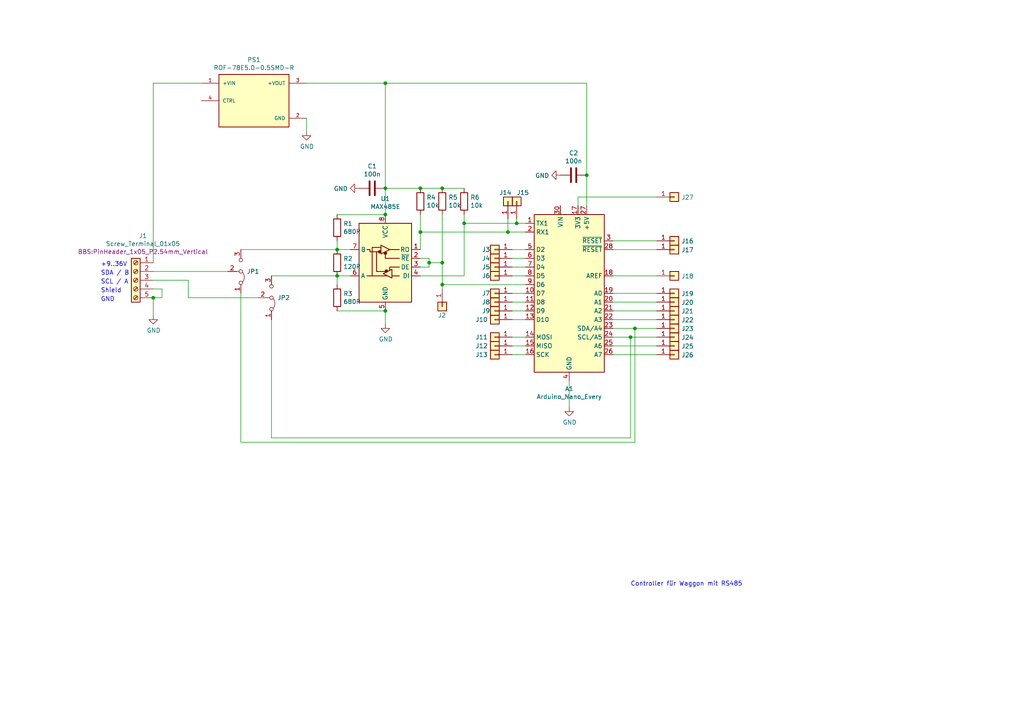
<source format=kicad_sch>
(kicad_sch (version 20211123) (generator eeschema)
  (paper "A4")
  (lib_symbols
    (symbol "Connector:Screw_Terminal_01x05" (pin_names (offset 1.016) hide)
      (property "Reference" "J" (at 0 7.62 0))
      (property "Value" "Screw_Terminal_01x05" (at 0 -7.62 0))
      (symbol "Screw_Terminal_01x05_1_1"
        (rectangle (start -1.27 6.35) (end 1.27 -6.35) (stroke (width 0.254)) (fill (type background)))
        (circle (center 0 -5.08) (radius 0.635) (stroke (width 0.1524)))
        (circle (center 0 -2.54) (radius 0.635) (stroke (width 0.1524)))
        (polyline (pts (xy -0.5334 -4.7498) (xy 0.3302 -5.588)) (stroke (width 0.1524)))
        (polyline (pts (xy -0.5334 -2.2098) (xy 0.3302 -3.048)) (stroke (width 0.1524)))
        (polyline (pts (xy -0.5334 0.3302) (xy 0.3302 -0.508)) (stroke (width 0.1524)))
        (polyline (pts (xy -0.5334 2.8702) (xy 0.3302 2.032)) (stroke (width 0.1524)))
        (polyline (pts (xy -0.5334 5.4102) (xy 0.3302 4.572)) (stroke (width 0.1524)))
        (polyline (pts (xy -0.3556 -4.572) (xy 0.508 -5.4102)) (stroke (width 0.1524)))
        (polyline (pts (xy -0.3556 -2.032) (xy 0.508 -2.8702)) (stroke (width 0.1524)))
        (polyline (pts (xy -0.3556 0.508) (xy 0.508 -0.3302)) (stroke (width 0.1524)))
        (polyline (pts (xy -0.3556 3.048) (xy 0.508 2.2098)) (stroke (width 0.1524)))
        (polyline (pts (xy -0.3556 5.588) (xy 0.508 4.7498)) (stroke (width 0.1524)))
        (circle (center 0 0) (radius 0.635) (stroke (width 0.1524)))
        (circle (center 0 2.54) (radius 0.635) (stroke (width 0.1524)))
        (circle (center 0 5.08) (radius 0.635) (stroke (width 0.1524)))
        (pin passive line (at -5.08 5.08 0) (length 3.81) (name "Pin_1") (number "1"))
        (pin passive line (at -5.08 2.54 0) (length 3.81) (name "Pin_2") (number "2"))
        (pin passive line (at -5.08 0 0) (length 3.81) (name "Pin_3") (number "3"))
        (pin passive line (at -5.08 -2.54 0) (length 3.81) (name "Pin_4") (number "4"))
        (pin passive line (at -5.08 -5.08 0) (length 3.81) (name "Pin_5") (number "5"))
      )
    )
    (symbol "Connector_Generic:Conn_01x01" (pin_names (offset 1.016) hide)
      (property "Reference" "J" (at 0 2.54 0))
      (property "Value" "Conn_01x01" (at 0 -2.54 0))
      (symbol "Conn_01x01_1_1"
        (rectangle (start -1.27 0.127) (end 0 -0.127) (stroke (width 0.1524)))
        (rectangle (start -1.27 1.27) (end 1.27 -1.27) (stroke (width 0.254)) (fill (type background)))
        (pin passive line (at -5.08 0 0) (length 3.81) (name "Pin_1") (number "1"))
      )
    )
    (symbol "Device:C" (pin_numbers hide) (pin_names (offset 0.254))
      (property "Reference" "C" (at 0.635 2.54 0))
      (property "Value" "C" (at 0.635 -2.54 0))
      (symbol "C_0_1"
        (polyline (pts (xy -2.032 -0.762) (xy 2.032 -0.762)) (stroke (width 0.508)))
        (polyline (pts (xy -2.032 0.762) (xy 2.032 0.762)) (stroke (width 0.508)))
      )
      (symbol "C_1_1"
        (pin passive line (at 0 3.81 270) (length 2.794) (name "~") (number "1"))
        (pin passive line (at 0 -3.81 90) (length 2.794) (name "~") (number "2"))
      )
    )
    (symbol "Device:R" (pin_numbers hide) (pin_names (offset 0))
      (property "Reference" "R" (at 2.032 0 90))
      (property "Value" "R" (at 0 0 90))
      (symbol "R_0_1"
        (rectangle (start -1.016 -2.54) (end 1.016 2.54) (stroke (width 0.254)))
      )
      (symbol "R_1_1"
        (pin passive line (at 0 3.81 270) (length 1.27) (name "~") (number "1"))
        (pin passive line (at 0 -3.81 90) (length 1.27) (name "~") (number "2"))
      )
    )
    (symbol "Interface_UART:MAX485E"
      (property "Reference" "U" (at -6.096 11.43 0))
      (property "Value" "MAX485E" (at 0.762 11.43 0))
      (symbol "MAX485E_0_1"
        (rectangle (start -7.62 10.16) (end 7.62 -12.7) (stroke (width 0.254)) (fill (type background)))
        (circle (center -0.3048 -3.683) (radius 0.3556) (stroke (width 0.254)) (fill (type outline)))
        (circle (center -0.0254 1.4986) (radius 0.3556) (stroke (width 0.254)) (fill (type outline)))
        (polyline (pts (xy -4.064 -5.08) (xy -1.905 -5.08)) (stroke (width 0.254)))
        (polyline (pts (xy -4.064 2.54) (xy -1.27 2.54)) (stroke (width 0.254)))
        (polyline (pts (xy -1.27 -3.2004) (xy -1.27 -3.4544)) (stroke (width 0.254)))
        (polyline (pts (xy -0.635 -5.08) (xy 5.334 -5.08)) (stroke (width 0.254)))
        (polyline (pts (xy -4.064 -2.54) (xy -1.27 -2.54) (xy -1.27 -3.175)) (stroke (width 0.254)))
        (polyline (pts (xy 0 1.27) (xy 0 0) (xy -4.064 0)) (stroke (width 0.254)))
        (polyline (pts (xy 1.27 3.175) (xy 3.81 3.175) (xy 3.81 -5.08)) (stroke (width 0.254)))
        (polyline (pts (xy 2.54 1.905) (xy 2.54 -3.81) (xy 0 -3.81)) (stroke (width 0.254)))
        (polyline (pts (xy -1.905 -3.175) (xy -1.905 -5.715) (xy 0.635 -4.445) (xy -1.905 -3.175)) (stroke (width 0.254)))
        (polyline (pts (xy -1.27 2.54) (xy 1.27 3.81) (xy 1.27 1.27) (xy -1.27 2.54)) (stroke (width 0.254)))
        (polyline (pts (xy 1.905 1.905) (xy 4.445 1.905) (xy 4.445 2.54) (xy 5.334 2.54)) (stroke (width 0.254)))
        (rectangle (start 1.27 3.175) (end 1.27 3.175))
        (circle (center 1.651 1.905) (radius 0.3556) (stroke (width 0.254)) (fill (type outline)))
      )
      (symbol "MAX485E_1_1"
        (pin output line (at -10.16 2.54 0) (length 2.54) (name "RO") (number "1"))
        (pin input line (at -10.16 0 0) (length 2.54) (name "~{RE}") (number "2"))
        (pin input line (at -10.16 -2.54 0) (length 2.54) (name "DE") (number "3"))
        (pin input line (at -10.16 -5.08 0) (length 2.54) (name "DI") (number "4"))
        (pin power_in line (at 0 -15.24 90) (length 2.54) (name "GND") (number "5"))
        (pin bidirectional line (at 10.16 -5.08 180) (length 2.54) (name "A") (number "6"))
        (pin bidirectional line (at 10.16 2.54 180) (length 2.54) (name "B") (number "7"))
        (pin power_in line (at 0 12.7 270) (length 2.54) (name "VCC") (number "8"))
      )
    )
    (symbol "Jumper:Jumper_3_Bridged12" (pin_names (offset 0) hide)
      (property "Reference" "JP" (at -2.54 -2.54 0))
      (property "Value" "Jumper_3_Bridged12" (at 0 2.794 0))
      (symbol "Jumper_3_Bridged12_0_0"
        (circle (center -3.302 0) (radius 0.508))
        (circle (center 0 0) (radius 0.508))
        (circle (center 3.302 0) (radius 0.508))
      )
      (symbol "Jumper_3_Bridged12_0_1"
        (arc (start -0.254 0.508) (mid -1.651 0.9912) (end -3.048 0.508))
        (polyline (pts (xy 0 -1.27) (xy 0 -0.508)))
      )
      (symbol "Jumper_3_Bridged12_1_1"
        (pin passive line (at -6.35 0 0) (length 2.54) (name "A") (number "1"))
        (pin input line (at 0 -3.81 90) (length 2.54) (name "C") (number "2"))
        (pin passive line (at 6.35 0 180) (length 2.54) (name "B") (number "3"))
      )
    )
    (symbol "MCU_Module:Arduino_Nano_Every"
      (property "Reference" "A" (at -10.16 23.495 0))
      (property "Value" "Arduino_Nano_Every" (at 5.08 -24.13 0))
      (symbol "Arduino_Nano_Every_0_1"
        (rectangle (start -10.16 22.86) (end 10.16 -22.86) (stroke (width 0.254)) (fill (type background)))
      )
      (symbol "Arduino_Nano_Every_1_1"
        (pin bidirectional line (at -12.7 20.32 0) (length 2.54) (name "TX1") (number "1"))
        (pin bidirectional line (at -12.7 0 0) (length 2.54) (name "D7") (number "10"))
        (pin bidirectional line (at -12.7 -2.54 0) (length 2.54) (name "D8") (number "11"))
        (pin bidirectional line (at -12.7 -5.08 0) (length 2.54) (name "D9") (number "12"))
        (pin bidirectional line (at -12.7 -7.62 0) (length 2.54) (name "D10") (number "13"))
        (pin bidirectional line (at -12.7 -12.7 0) (length 2.54) (name "MOSI") (number "14"))
        (pin bidirectional line (at -12.7 -15.24 0) (length 2.54) (name "MISO") (number "15"))
        (pin bidirectional line (at -12.7 -17.78 0) (length 2.54) (name "SCK") (number "16"))
        (pin power_out line (at 2.54 25.4 270) (length 2.54) (name "3V3") (number "17"))
        (pin input line (at 12.7 5.08 180) (length 2.54) (name "AREF") (number "18"))
        (pin bidirectional line (at 12.7 0 180) (length 2.54) (name "A0") (number "19"))
        (pin bidirectional line (at -12.7 17.78 0) (length 2.54) (name "RX1") (number "2"))
        (pin bidirectional line (at 12.7 -2.54 180) (length 2.54) (name "A1") (number "20"))
        (pin bidirectional line (at 12.7 -5.08 180) (length 2.54) (name "A2") (number "21"))
        (pin bidirectional line (at 12.7 -7.62 180) (length 2.54) (name "A3") (number "22"))
        (pin bidirectional line (at 12.7 -10.16 180) (length 2.54) (name "SDA/A4") (number "23"))
        (pin bidirectional line (at 12.7 -12.7 180) (length 2.54) (name "SCL/A5") (number "24"))
        (pin bidirectional line (at 12.7 -15.24 180) (length 2.54) (name "A6") (number "25"))
        (pin bidirectional line (at 12.7 -17.78 180) (length 2.54) (name "A7") (number "26"))
        (pin power_out line (at 5.08 25.4 270) (length 2.54) (name "+5V") (number "27"))
        (pin input line (at 12.7 12.7 180) (length 2.54) (name "~{RESET}") (number "28"))
        (pin passive line (at 0 -25.4 90) (length 2.54) hide (name "GND") (number "29"))
        (pin input line (at 12.7 15.24 180) (length 2.54) (name "~{RESET}") (number "3"))
        (pin power_in line (at -2.54 25.4 270) (length 2.54) (name "VIN") (number "30"))
        (pin power_in line (at 0 -25.4 90) (length 2.54) (name "GND") (number "4"))
        (pin bidirectional line (at -12.7 12.7 0) (length 2.54) (name "D2") (number "5"))
        (pin bidirectional line (at -12.7 10.16 0) (length 2.54) (name "D3") (number "6"))
        (pin bidirectional line (at -12.7 7.62 0) (length 2.54) (name "D4") (number "7"))
        (pin bidirectional line (at -12.7 5.08 0) (length 2.54) (name "D5") (number "8"))
        (pin bidirectional line (at -12.7 2.54 0) (length 2.54) (name "D6") (number "9"))
      )
    )
    (symbol "ROF-78E5.0-0.5SMD-R:ROF-78E5.0-0.5SMD-R" (pin_names (offset 1.016))
      (property "Reference" "PS" (at -10.16 8.89 0))
      (property "Value" "ROF-78E5.0-0.5SMD-R" (at -10.16 -10.16 0))
      (symbol "ROF-78E5.0-0.5SMD-R_0_0"
        (rectangle (start -10.16 -7.62) (end 10.16 7.62) (stroke (width 0.254)) (fill (type background)))
        (pin input line (at -15.24 5.08 0) (length 5.08) (name "+VIN") (number "1"))
        (pin power_in line (at 15.24 -5.08 180) (length 5.08) (name "GND") (number "2"))
        (pin output line (at 15.24 5.08 180) (length 5.08) (name "+VOUT") (number "3"))
        (pin input line (at -15.24 0 0) (length 5.08) (name "CTRL") (number "4"))
      )
    )
    (symbol "power:GND" (power) (pin_names (offset 0))
      (property "Value" "GND" (at 0 -3.81 0))
      (symbol "GND_0_1"
        (polyline (pts (xy 0 0) (xy 0 -1.27) (xy 1.27 -1.27) (xy 0 -2.54) (xy -1.27 -1.27) (xy 0 -1.27)))
      )
      (symbol "GND_1_1"
        (pin power_in line (at 0 0 270) (length 0) hide (name "GND") (number "1"))
      )
    )
  )
  (junction (at 121.92 54.61))
  (junction (at 170.18 50.8))
  (junction (at 128.27 54.61))
  (junction (at 147.32 67.31))
  (junction (at 149.86 64.77))
  (junction (at 111.76 54.61))
  (junction (at 44.45 86.36))
  (junction (at 182.88 97.79))
  (junction (at 184.15 95.25))
  (junction (at 97.79 72.39))
  (junction (at 111.76 62.23))
  (junction (at 111.76 90.17))
  (junction (at 124.46 76.2))
  (junction (at 134.62 64.77))
  (junction (at 128.27 82.55))
  (junction (at 111.76 24.13))
  (junction (at 97.79 80.01))
  (junction (at 121.92 67.31))
  (junction (at 128.27 76.2))
  (wire (pts (xy 177.8 92.71) (xy 190.5 92.71)))
  (wire (pts (xy 167.64 57.15) (xy 167.64 59.69)))
  (wire (pts (xy 148.59 85.09) (xy 152.4 85.09)))
  (wire (pts (xy 69.85 85.09) (xy 69.85 128.27)))
  (wire (pts (xy 97.79 80.01) (xy 97.79 82.55)))
  (wire (pts (xy 44.45 83.82) (xy 46.99 83.82)))
  (wire (pts (xy 111.76 54.61) (xy 121.92 54.61)))
  (wire (pts (xy 121.92 67.31) (xy 147.32 67.31)))
  (wire (pts (xy 147.32 63.5) (xy 147.32 67.31)))
  (wire (pts (xy 44.45 86.36) (xy 44.45 91.44)))
  (wire (pts (xy 134.62 64.77) (xy 134.62 80.01)))
  (wire (pts (xy 148.59 87.63) (xy 152.4 87.63)))
  (wire (pts (xy 177.8 87.63) (xy 190.5 87.63)))
  (wire (pts (xy 184.15 95.25) (xy 190.5 95.25)))
  (wire (pts (xy 88.9 34.29) (xy 88.9 38.1)))
  (wire (pts (xy 97.79 62.23) (xy 111.76 62.23)))
  (wire (pts (xy 88.9 24.13) (xy 111.76 24.13)))
  (wire (pts (xy 128.27 82.55) (xy 128.27 76.2)))
  (wire (pts (xy 124.46 74.93) (xy 124.46 76.2)))
  (wire (pts (xy 128.27 62.23) (xy 128.27 76.2)))
  (wire (pts (xy 148.59 80.01) (xy 152.4 80.01)))
  (wire (pts (xy 148.59 90.17) (xy 152.4 90.17)))
  (wire (pts (xy 184.15 95.25) (xy 184.15 128.27)))
  (wire (pts (xy 128.27 83.82) (xy 128.27 82.55)))
  (wire (pts (xy 148.59 72.39) (xy 152.4 72.39)))
  (wire (pts (xy 177.8 69.85) (xy 190.5 69.85)))
  (wire (pts (xy 44.45 81.28) (xy 54.61 81.28)))
  (wire (pts (xy 148.59 77.47) (xy 152.4 77.47)))
  (wire (pts (xy 177.8 97.79) (xy 182.88 97.79)))
  (wire (pts (xy 177.8 80.01) (xy 190.5 80.01)))
  (wire (pts (xy 78.74 92.71) (xy 78.74 127)))
  (wire (pts (xy 177.8 95.25) (xy 184.15 95.25)))
  (wire (pts (xy 111.76 24.13) (xy 111.76 54.61)))
  (wire (pts (xy 54.61 86.36) (xy 74.93 86.36)))
  (wire (pts (xy 177.8 72.39) (xy 190.5 72.39)))
  (wire (pts (xy 121.92 54.61) (xy 128.27 54.61)))
  (wire (pts (xy 78.74 80.01) (xy 97.79 80.01)))
  (wire (pts (xy 121.92 62.23) (xy 121.92 67.31)))
  (wire (pts (xy 101.6 80.01) (xy 97.79 80.01)))
  (wire (pts (xy 69.85 72.39) (xy 97.79 72.39)))
  (wire (pts (xy 148.59 97.79) (xy 152.4 97.79)))
  (wire (pts (xy 152.4 82.55) (xy 128.27 82.55)))
  (wire (pts (xy 121.92 74.93) (xy 124.46 74.93)))
  (wire (pts (xy 128.27 54.61) (xy 134.62 54.61)))
  (wire (pts (xy 149.86 64.77) (xy 134.62 64.77)))
  (wire (pts (xy 44.45 24.13) (xy 44.45 76.2)))
  (wire (pts (xy 97.79 72.39) (xy 101.6 72.39)))
  (wire (pts (xy 148.59 92.71) (xy 152.4 92.71)))
  (wire (pts (xy 170.18 24.13) (xy 170.18 50.8)))
  (wire (pts (xy 170.18 50.8) (xy 170.18 59.69)))
  (wire (pts (xy 147.32 67.31) (xy 152.4 67.31)))
  (wire (pts (xy 124.46 77.47) (xy 121.92 77.47)))
  (wire (pts (xy 190.5 57.15) (xy 167.64 57.15)))
  (wire (pts (xy 78.74 127) (xy 182.88 127)))
  (wire (pts (xy 134.62 62.23) (xy 134.62 64.77)))
  (wire (pts (xy 44.45 24.13) (xy 58.42 24.13)))
  (wire (pts (xy 148.59 100.33) (xy 152.4 100.33)))
  (wire (pts (xy 54.61 81.28) (xy 54.61 86.36)))
  (wire (pts (xy 97.79 69.85) (xy 97.79 72.39)))
  (wire (pts (xy 97.79 90.17) (xy 111.76 90.17)))
  (wire (pts (xy 111.76 90.17) (xy 111.76 93.98)))
  (wire (pts (xy 177.8 100.33) (xy 190.5 100.33)))
  (wire (pts (xy 182.88 97.79) (xy 190.5 97.79)))
  (wire (pts (xy 121.92 67.31) (xy 121.92 72.39)))
  (wire (pts (xy 152.4 64.77) (xy 149.86 64.77)))
  (wire (pts (xy 111.76 24.13) (xy 170.18 24.13)))
  (wire (pts (xy 69.85 128.27) (xy 184.15 128.27)))
  (wire (pts (xy 177.8 90.17) (xy 190.5 90.17)))
  (wire (pts (xy 148.59 74.93) (xy 152.4 74.93)))
  (wire (pts (xy 165.1 110.49) (xy 165.1 118.11)))
  (wire (pts (xy 134.62 80.01) (xy 121.92 80.01)))
  (wire (pts (xy 46.99 83.82) (xy 46.99 86.36)))
  (wire (pts (xy 182.88 97.79) (xy 182.88 127)))
  (wire (pts (xy 128.27 76.2) (xy 124.46 76.2)))
  (wire (pts (xy 149.86 63.5) (xy 149.86 64.77)))
  (wire (pts (xy 46.99 86.36) (xy 44.45 86.36)))
  (wire (pts (xy 124.46 76.2) (xy 124.46 77.47)))
  (wire (pts (xy 177.8 85.09) (xy 190.5 85.09)))
  (wire (pts (xy 111.76 54.61) (xy 111.76 62.23)))
  (wire (pts (xy 148.59 102.87) (xy 152.4 102.87)))
  (wire (pts (xy 44.45 78.74) (xy 66.04 78.74)))
  (wire (pts (xy 177.8 102.87) (xy 190.5 102.87)))
  (text "+9..36V" (at 29.21 77.47 0) (effects (font (size 1.27 1.27)) (justify left bottom)))
  (text "Shield" (at 29.21 85.09 0) (effects (font (size 1.27 1.27)) (justify left bottom)))
  (text "SCL / A" (at 29.21 82.55 0) (effects (font (size 1.27 1.27)) (justify left bottom)))
  (text "Controller für Waggon mit RS485" (at 182.88 170.18 0) (effects (font (size 1.27 1.27)) (justify left bottom)))
  (text "SDA / B" (at 29.21 80.01 0) (effects (font (size 1.27 1.27)) (justify left bottom)))
  (text "GND" (at 29.21 87.63 0) (effects (font (size 1.27 1.27)) (justify left bottom)))
  (symbol (lib_id "MCU_Module:Arduino_Nano_Every") (at 165.1 85.09 0) (unit 1)
    (property "Reference" "A1" (at 165.1 112.7506 0))
    (property "Value" "Arduino_Nano_Every" (at 165.1 115.062 0))
    (property "Footprint" "BBS:Arduino_Nano_WithMountingHoles" (effects hide))
    (property "Datasheet" "https://content.arduino.cc/assets/NANOEveryV3.0_sch.pdf" (effects hide))
  )
  (symbol (lib_id "Interface_UART:MAX485E") (at 111.76 74.93 0) (mirror y) (unit 1)
    (property "Reference" "U1" (at 111.76 57.6326 0))
    (property "Value" "MAX485E" (at 111.76 59.944 0))
    (property "Footprint" "Package_DIP:DIP-8_W7.62mm_LongPads" (effects hide))
    (property "Datasheet" "https://datasheets.maximintegrated.com/en/ds/MAX1487E-MAX491E.pdf" (effects hide))
  )
  (symbol (lib_id "Device:R") (at 121.92 58.42 0) (unit 1)
    (property "Reference" "R4" (at 123.698 57.2516 0) (effects (justify left)))
    (property "Value" "10k" (at 123.698 59.563 0) (effects (justify left)))
    (property "Footprint" "BBS:R_7.5" (effects hide))
  )
  (symbol (lib_id "Device:R") (at 128.27 58.42 0) (unit 1)
    (property "Reference" "R5" (at 130.048 57.2516 0) (effects (justify left)))
    (property "Value" "10k" (at 130.048 59.563 0) (effects (justify left)))
    (property "Footprint" "BBS:R_7.5" (effects hide))
  )
  (symbol (lib_id "Device:R") (at 134.62 58.42 0) (unit 1)
    (property "Reference" "R6" (at 136.398 57.2516 0) (effects (justify left)))
    (property "Value" "10k" (at 136.398 59.563 0) (effects (justify left)))
    (property "Footprint" "BBS:R_7.5" (effects hide))
  )
  (symbol (lib_id "Device:R") (at 97.79 66.04 0) (unit 1)
    (property "Reference" "R1" (at 99.568 64.8716 0) (effects (justify left)))
    (property "Value" "680R" (at 99.568 67.183 0) (effects (justify left)))
    (property "Footprint" "BBS:R_7.5" (effects hide))
  )
  (symbol (lib_id "Device:R") (at 97.79 76.2 0) (unit 1)
    (property "Reference" "R2" (at 99.568 75.0316 0) (effects (justify left)))
    (property "Value" "120R" (at 99.568 77.343 0) (effects (justify left)))
    (property "Footprint" "BBS:R_7.5" (effects hide))
  )
  (symbol (lib_id "Device:R") (at 97.79 86.36 0) (unit 1)
    (property "Reference" "R3" (at 99.568 85.1916 0) (effects (justify left)))
    (property "Value" "680R" (at 99.568 87.503 0) (effects (justify left)))
    (property "Footprint" "BBS:R_7.5" (effects hide))
  )
  (symbol (lib_id "ROF-78E5.0-0.5SMD-R:ROF-78E5.0-0.5SMD-R") (at 73.66 29.21 0) (unit 1)
    (property "Reference" "PS1" (at 73.66 17.3482 0))
    (property "Value" "ROF-78E5.0-0.5SMD-R" (at 73.66 19.6596 0))
    (property "Footprint" "BBS:CONV_ROF-78E5.0-0.5SMD-R" (effects hide))
    (property "PARTREV" "4" (effects hide))
    (property "MAXIMUM_PACKAGE_HEIGHT" "4.00mm" (effects hide))
    (property "MANUFACTURER" "RECOM" (effects hide))
    (property "STANDARD" "Manufacturer Recommendations" (effects hide))
  )
  (symbol (lib_id "Connector:Screw_Terminal_01x05") (at 39.37 81.28 0) (mirror y) (unit 1)
    (property "Reference" "J1" (at 41.4528 68.4022 0))
    (property "Value" "Screw_Terminal_01x05" (at 41.4528 70.7136 0))
    (property "Footprint" "BBS:PinHeader_1x05_P2.54mm_Vertical" (at 41.4528 73.025 0))
  )
  (symbol (lib_id "Device:C") (at 107.95 54.61 270) (unit 1)
    (property "Reference" "C1" (at 107.95 48.2092 90))
    (property "Value" "100n" (at 107.95 50.5206 90))
    (property "Footprint" "BBS:C_Rect_L7.0mm_W2.0mm_P5.00mm" (effects hide))
  )
  (symbol (lib_id "power:GND") (at 111.76 93.98 0) (unit 1)
    (property "Reference" "#PWR0101" (effects hide))
    (property "Value" "GND" (at 111.887 98.3742 0))
  )
  (symbol (lib_id "power:GND") (at 104.14 54.61 270) (unit 1)
    (property "Reference" "#PWR0102" (effects hide))
    (property "Value" "GND" (at 100.8888 54.737 90) (effects (justify right)))
  )
  (symbol (lib_id "power:GND") (at 44.45 91.44 0) (unit 1)
    (property "Reference" "#PWR0103" (effects hide))
    (property "Value" "GND" (at 44.577 95.8342 0))
  )
  (symbol (lib_id "power:GND") (at 88.9 38.1 0) (unit 1)
    (property "Reference" "#PWR0104" (effects hide))
    (property "Value" "GND" (at 89.027 42.4942 0))
  )
  (symbol (lib_id "Device:C") (at 166.37 50.8 90) (unit 1)
    (property "Reference" "C2" (at 166.37 44.3992 90))
    (property "Value" "100n" (at 166.37 46.7106 90))
    (property "Footprint" "BBS:C_Rect_L7.0mm_W2.0mm_P5.00mm" (effects hide))
  )
  (symbol (lib_id "power:GND") (at 162.56 50.8 270) (unit 1)
    (property "Reference" "#PWR0105" (effects hide))
    (property "Value" "GND" (at 159.3088 50.927 90) (effects (justify right)))
  )
  (symbol (lib_id "power:GND") (at 165.1 118.11 0) (unit 1)
    (property "Reference" "#PWR0106" (effects hide))
    (property "Value" "GND" (at 165.227 122.5042 0))
  )
  (symbol (lib_id "Jumper:Jumper_3_Bridged12") (at 69.85 78.74 270) (mirror x) (unit 1)
    (property "Reference" "JP1" (at 71.5518 78.74 90) (effects (justify left)))
    (property "Value" "Jumper_3_Bridged12" (effects hide))
    (property "Footprint" "BBS:PinHeader_1x03_P2.54mm_Vertical" (effects hide))
  )
  (symbol (lib_id "Jumper:Jumper_3_Bridged12") (at 78.74 86.36 270) (mirror x) (unit 1)
    (property "Reference" "JP2" (at 80.4418 86.36 90) (effects (justify left)))
    (property "Value" "Jumper_3_Bridged12" (effects hide))
    (property "Footprint" "BBS:PinHeader_1x03_P2.54mm_Vertical" (effects hide))
  )
  (symbol (lib_id "Connector_Generic:Conn_01x01") (at 195.58 69.85 0) (unit 1)
    (property "Reference" "J16" (at 197.612 69.9516 0) (effects (justify left)))
    (property "Value" "Conn_01x01" (effects hide))
    (property "Footprint" "BBS:TestPoint_THTPad_1.5x1.5mm_Drill0.7mm" (effects hide))
  )
  (symbol (lib_id "Connector_Generic:Conn_01x01") (at 195.58 72.39 0) (unit 1)
    (property "Reference" "J17" (at 197.612 72.4916 0) (effects (justify left)))
    (property "Value" "Conn_01x01" (effects hide))
    (property "Footprint" "BBS:TestPoint_THTPad_1.5x1.5mm_Drill0.7mm" (effects hide))
  )
  (symbol (lib_id "Connector_Generic:Conn_01x01") (at 195.58 80.01 0) (unit 1)
    (property "Reference" "J18" (at 197.612 80.1116 0) (effects (justify left)))
    (property "Value" "Conn_01x01" (effects hide))
    (property "Footprint" "BBS:TestPoint_THTPad_1.5x1.5mm_Drill0.7mm" (effects hide))
  )
  (symbol (lib_id "Connector_Generic:Conn_01x01") (at 195.58 85.09 0) (unit 1)
    (property "Reference" "J19" (at 197.612 85.1916 0) (effects (justify left)))
    (property "Value" "Conn_01x01" (effects hide))
    (property "Footprint" "BBS:TestPoint_THTPad_1.5x1.5mm_Drill0.7mm" (effects hide))
  )
  (symbol (lib_id "Connector_Generic:Conn_01x01") (at 195.58 87.63 0) (unit 1)
    (property "Reference" "J20" (at 197.612 87.7316 0) (effects (justify left)))
    (property "Value" "Conn_01x01" (effects hide))
    (property "Footprint" "BBS:TestPoint_THTPad_1.5x1.5mm_Drill0.7mm" (effects hide))
  )
  (symbol (lib_id "Connector_Generic:Conn_01x01") (at 195.58 90.17 0) (unit 1)
    (property "Reference" "J21" (at 197.612 90.2716 0) (effects (justify left)))
    (property "Value" "Conn_01x01" (effects hide))
    (property "Footprint" "BBS:TestPoint_THTPad_1.5x1.5mm_Drill0.7mm" (effects hide))
  )
  (symbol (lib_id "Connector_Generic:Conn_01x01") (at 195.58 92.71 0) (unit 1)
    (property "Reference" "J22" (at 197.612 92.8116 0) (effects (justify left)))
    (property "Value" "Conn_01x01" (effects hide))
    (property "Footprint" "BBS:TestPoint_THTPad_1.5x1.5mm_Drill0.7mm" (effects hide))
  )
  (symbol (lib_id "Connector_Generic:Conn_01x01") (at 195.58 95.25 0) (unit 1)
    (property "Reference" "J23" (at 197.612 95.3516 0) (effects (justify left)))
    (property "Value" "Conn_01x01" (effects hide))
    (property "Footprint" "BBS:TestPoint_THTPad_1.5x1.5mm_Drill0.7mm" (effects hide))
  )
  (symbol (lib_id "Connector_Generic:Conn_01x01") (at 195.58 97.79 0) (unit 1)
    (property "Reference" "J24" (at 197.612 97.8916 0) (effects (justify left)))
    (property "Value" "Conn_01x01" (effects hide))
    (property "Footprint" "BBS:TestPoint_THTPad_1.5x1.5mm_Drill0.7mm" (effects hide))
  )
  (symbol (lib_id "Connector_Generic:Conn_01x01") (at 195.58 100.33 0) (unit 1)
    (property "Reference" "J25" (at 197.612 100.4316 0) (effects (justify left)))
    (property "Value" "Conn_01x01" (effects hide))
    (property "Footprint" "BBS:TestPoint_THTPad_1.5x1.5mm_Drill0.7mm" (effects hide))
  )
  (symbol (lib_id "Connector_Generic:Conn_01x01") (at 195.58 102.87 0) (unit 1)
    (property "Reference" "J26" (at 197.612 102.9716 0) (effects (justify left)))
    (property "Value" "Conn_01x01" (effects hide))
    (property "Footprint" "BBS:TestPoint_THTPad_1.5x1.5mm_Drill0.7mm" (effects hide))
  )
  (symbol (lib_id "Connector_Generic:Conn_01x01") (at 143.51 97.79 180) (unit 1)
    (property "Reference" "J11" (at 139.7 97.79 0))
    (property "Value" "Conn_01x01" (effects hide))
    (property "Footprint" "BBS:TestPoint_THTPad_1.5x1.5mm_Drill0.7mm" (effects hide))
  )
  (symbol (lib_id "Connector_Generic:Conn_01x01") (at 143.51 100.33 180) (unit 1)
    (property "Reference" "J12" (at 139.7 100.33 0))
    (property "Value" "Conn_01x01" (effects hide))
    (property "Footprint" "BBS:TestPoint_THTPad_1.5x1.5mm_Drill0.7mm" (effects hide))
  )
  (symbol (lib_id "Connector_Generic:Conn_01x01") (at 143.51 102.87 180) (unit 1)
    (property "Reference" "J13" (at 139.7 102.87 0))
    (property "Value" "Conn_01x01" (effects hide))
    (property "Footprint" "BBS:TestPoint_THTPad_1.5x1.5mm_Drill0.7mm" (effects hide))
  )
  (symbol (lib_id "Connector_Generic:Conn_01x01") (at 143.51 92.71 180) (unit 1)
    (property "Reference" "J10" (at 139.7 92.71 0))
    (property "Value" "Conn_01x01" (effects hide))
    (property "Footprint" "BBS:TestPoint_THTPad_1.5x1.5mm_Drill0.7mm" (effects hide))
  )
  (symbol (lib_id "Connector_Generic:Conn_01x01") (at 143.51 90.17 180) (unit 1)
    (property "Reference" "J9" (at 140.97 90.17 0))
    (property "Value" "Conn_01x01" (effects hide))
    (property "Footprint" "BBS:TestPoint_THTPad_1.5x1.5mm_Drill0.7mm" (effects hide))
  )
  (symbol (lib_id "Connector_Generic:Conn_01x01") (at 143.51 87.63 180) (unit 1)
    (property "Reference" "J8" (at 140.97 87.63 0))
    (property "Value" "Conn_01x01" (effects hide))
    (property "Footprint" "BBS:TestPoint_THTPad_1.5x1.5mm_Drill0.7mm" (effects hide))
  )
  (symbol (lib_id "Connector_Generic:Conn_01x01") (at 143.51 85.09 180) (unit 1)
    (property "Reference" "J7" (at 140.97 85.09 0))
    (property "Value" "Conn_01x01" (effects hide))
    (property "Footprint" "BBS:TestPoint_THTPad_1.5x1.5mm_Drill0.7mm" (effects hide))
  )
  (symbol (lib_id "Connector_Generic:Conn_01x01") (at 143.51 80.01 180) (unit 1)
    (property "Reference" "J6" (at 140.97 80.01 0))
    (property "Value" "Conn_01x01" (effects hide))
    (property "Footprint" "BBS:TestPoint_THTPad_1.5x1.5mm_Drill0.7mm" (effects hide))
  )
  (symbol (lib_id "Connector_Generic:Conn_01x01") (at 143.51 77.47 180) (unit 1)
    (property "Reference" "J5" (at 140.97 77.47 0))
    (property "Value" "Conn_01x01" (effects hide))
    (property "Footprint" "BBS:TestPoint_THTPad_1.5x1.5mm_Drill0.7mm" (effects hide))
  )
  (symbol (lib_id "Connector_Generic:Conn_01x01") (at 143.51 74.93 180) (unit 1)
    (property "Reference" "J4" (at 140.97 74.93 0))
    (property "Value" "Conn_01x01" (effects hide))
    (property "Footprint" "BBS:TestPoint_THTPad_1.5x1.5mm_Drill0.7mm" (effects hide))
  )
  (symbol (lib_id "Connector_Generic:Conn_01x01") (at 143.51 72.39 180) (unit 1)
    (property "Reference" "J3" (at 140.97 72.39 0))
    (property "Value" "Conn_01x01" (effects hide))
    (property "Footprint" "BBS:TestPoint_THTPad_1.5x1.5mm_Drill0.7mm" (effects hide))
  )
  (symbol (lib_id "Connector_Generic:Conn_01x01") (at 149.86 58.42 90) (unit 1)
    (property "Reference" "J15" (at 149.86 55.88 90) (effects (justify right)))
    (property "Value" "Conn_01x01" (effects hide))
    (property "Footprint" "BBS:TestPoint_THTPad_1.5x1.5mm_Drill0.7mm" (effects hide))
  )
  (symbol (lib_id "Connector_Generic:Conn_01x01") (at 147.32 58.42 90) (unit 1)
    (property "Reference" "J14" (at 144.78 55.88 90) (effects (justify right)))
    (property "Value" "Conn_01x01" (effects hide))
    (property "Footprint" "BBS:TestPoint_THTPad_1.5x1.5mm_Drill0.7mm" (effects hide))
  )
  (symbol (lib_id "Connector_Generic:Conn_01x01") (at 128.27 88.9 270) (unit 1)
    (property "Reference" "J2" (at 127 91.44 90) (effects (justify left)))
    (property "Value" "Conn_01x01" (effects hide))
    (property "Footprint" "BBS:TestPoint_THTPad_1.5x1.5mm_Drill0.7mm" (effects hide))
  )
  (symbol (lib_id "Connector_Generic:Conn_01x01") (at 195.58 57.15 0) (unit 1)
    (property "Reference" "J27" (at 197.612 57.2516 0) (effects (justify left)))
    (property "Value" "Conn_01x01" (effects hide))
    (property "Footprint" "BBS:TestPoint_THTPad_1.5x1.5mm_Drill0.7mm" (effects hide))
  )
)
</source>
